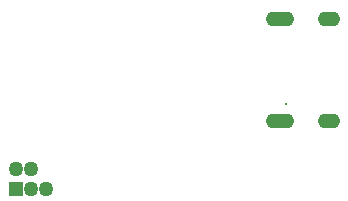
<source format=gbs>
G04*
G04 #@! TF.GenerationSoftware,Altium Limited,Altium Designer,25.2.1 (25)*
G04*
G04 Layer_Color=16711935*
%FSAX26Y26*%
%MOIN*%
G70*
G04*
G04 #@! TF.SameCoordinates,B4543352-C1F1-4858-B80E-EDAD671B2EAA*
G04*
G04*
G04 #@! TF.FilePolarity,Negative*
G04*
G01*
G75*
G04:AMPARAMS|DCode=77|XSize=49.213mil|YSize=72.835mil|CornerRadius=22.441mil|HoleSize=0mil|Usage=FLASHONLY|Rotation=90.000|XOffset=0mil|YOffset=0mil|HoleType=Round|Shape=RoundedRectangle|*
%AMROUNDEDRECTD77*
21,1,0.049213,0.027953,0,0,90.0*
21,1,0.004331,0.072835,0,0,90.0*
1,1,0.044882,0.013976,0.002165*
1,1,0.044882,0.013976,-0.002165*
1,1,0.044882,-0.013976,-0.002165*
1,1,0.044882,-0.013976,0.002165*
%
%ADD77ROUNDEDRECTD77*%
G04:AMPARAMS|DCode=78|XSize=49.213mil|YSize=92.52mil|CornerRadius=22.441mil|HoleSize=0mil|Usage=FLASHONLY|Rotation=90.000|XOffset=0mil|YOffset=0mil|HoleType=Round|Shape=RoundedRectangle|*
%AMROUNDEDRECTD78*
21,1,0.049213,0.047638,0,0,90.0*
21,1,0.004331,0.092520,0,0,90.0*
1,1,0.044882,0.023819,0.002165*
1,1,0.044882,0.023819,-0.002165*
1,1,0.044882,-0.023819,-0.002165*
1,1,0.044882,-0.023819,0.002165*
%
%ADD78ROUNDEDRECTD78*%
G04:AMPARAMS|DCode=79|XSize=5.906mil|YSize=5.906mil|CornerRadius=0mil|HoleSize=0mil|Usage=FLASHONLY|Rotation=90.000|XOffset=0mil|YOffset=0mil|HoleType=Round|Shape=RoundedRectangle|*
%AMROUNDEDRECTD79*
21,1,0.005906,0.005906,0,0,90.0*
21,1,0.005906,0.005906,0,0,90.0*
1,1,0.000000,0.002953,0.002953*
1,1,0.000000,0.002953,-0.002953*
1,1,0.000000,-0.002953,-0.002953*
1,1,0.000000,-0.002953,0.002953*
%
%ADD79ROUNDEDRECTD79*%
%ADD80C,0.005906*%
%ADD81C,0.049606*%
%ADD82R,0.049606X0.049606*%
D77*
X00547047Y-00170079D02*
D03*
X00547047Y00170079D02*
D03*
D78*
X00382480Y-00170079D02*
D03*
X00382480Y00170079D02*
D03*
D79*
X00403346Y-00113779D02*
D03*
D80*
X00403346Y00113779D02*
D03*
D81*
X-00497835Y-00330654D02*
D03*
X-00447835Y-00330654D02*
D03*
X-00447835Y-00396654D02*
D03*
X-00397835Y-00396654D02*
D03*
D82*
X-00497834Y-00396654D02*
D03*
M02*

</source>
